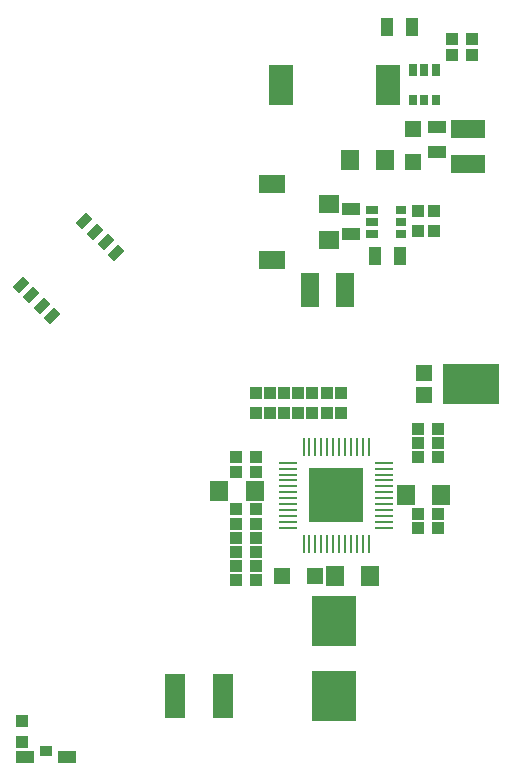
<source format=gbp>
%FSLAX44Y44*%
%MOMM*%
G71*
G01*
G75*
G04 Layer_Color=128*
%ADD10C,0.4000*%
%ADD11C,0.2540*%
%ADD12R,1.1500X0.7000*%
%ADD13R,0.7000X1.1500*%
%ADD14R,1.0000X1.1000*%
%ADD15R,5.3300X5.5900*%
%ADD16R,6.3500X5.2800*%
%ADD17R,1.1000X1.0000*%
G04:AMPARAMS|DCode=18|XSize=1mm|YSize=1.1mm|CornerRadius=0mm|HoleSize=0mm|Usage=FLASHONLY|Rotation=45.000|XOffset=0mm|YOffset=0mm|HoleType=Round|Shape=Rectangle|*
%AMROTATEDRECTD18*
4,1,4,0.0354,-0.7425,-0.7425,0.0354,-0.0354,0.7425,0.7425,-0.0354,0.0354,-0.7425,0.0*
%
%ADD18ROTATEDRECTD18*%

G04:AMPARAMS|DCode=19|XSize=1mm|YSize=1.1mm|CornerRadius=0mm|HoleSize=0mm|Usage=FLASHONLY|Rotation=135.000|XOffset=0mm|YOffset=0mm|HoleType=Round|Shape=Rectangle|*
%AMROTATEDRECTD19*
4,1,4,0.7425,0.0354,-0.0354,-0.7425,-0.7425,-0.0354,0.0354,0.7425,0.7425,0.0354,0.0*
%
%ADD19ROTATEDRECTD19*%

G04:AMPARAMS|DCode=20|XSize=0.5mm|YSize=1.2mm|CornerRadius=0mm|HoleSize=0mm|Usage=FLASHONLY|Rotation=135.000|XOffset=0mm|YOffset=0mm|HoleType=Round|Shape=Rectangle|*
%AMROTATEDRECTD20*
4,1,4,0.6010,0.2475,-0.2475,-0.6010,-0.6010,-0.2475,0.2475,0.6010,0.6010,0.2475,0.0*
%
%ADD20ROTATEDRECTD20*%

G04:AMPARAMS|DCode=21|XSize=0.5mm|YSize=1.2mm|CornerRadius=0mm|HoleSize=0mm|Usage=FLASHONLY|Rotation=225.000|XOffset=0mm|YOffset=0mm|HoleType=Round|Shape=Rectangle|*
%AMROTATEDRECTD21*
4,1,4,-0.2475,0.6010,0.6010,-0.2475,0.2475,-0.6010,-0.6010,0.2475,-0.2475,0.6010,0.0*
%
%ADD21ROTATEDRECTD21*%

%ADD22O,0.8000X3.0000*%
%ADD23R,0.7620X1.0100*%
%ADD24R,2.2870X1.0100*%
%ADD25R,1.8000X3.7000*%
%ADD26R,0.6000X1.8000*%
G04:AMPARAMS|DCode=27|XSize=0.6mm|YSize=1.8mm|CornerRadius=0.15mm|HoleSize=0mm|Usage=FLASHONLY|Rotation=0.000|XOffset=0mm|YOffset=0mm|HoleType=Round|Shape=RoundedRectangle|*
%AMROUNDEDRECTD27*
21,1,0.6000,1.5000,0,0,0.0*
21,1,0.3000,1.8000,0,0,0.0*
1,1,0.3000,0.1500,-0.7500*
1,1,0.3000,-0.1500,-0.7500*
1,1,0.3000,-0.1500,0.7500*
1,1,0.3000,0.1500,0.7500*
%
%ADD27ROUNDEDRECTD27*%
%ADD28R,1.1000X1.5000*%
%ADD29R,0.6000X0.9000*%
%ADD30C,0.6000*%
%ADD31C,0.4500*%
%ADD32C,1.0000*%
%ADD33C,0.5000*%
%ADD34C,0.1500*%
%ADD35C,0.8000*%
%ADD36C,1.8000*%
%ADD37R,1.8000X1.8000*%
%ADD38R,1.4000X1.4000*%
%ADD39C,1.4000*%
%ADD40C,1.7000*%
%ADD41R,1.8000X1.8000*%
%ADD42P,1.9799X4X360.0*%
%ADD43P,1.9799X4X90.0*%
%ADD44C,0.6000*%
%ADD45C,1.0000*%
%ADD46C,0.9000*%
%ADD47R,1.4000X1.3900*%
%ADD48R,4.8600X3.3600*%
%ADD49R,1.5000X1.0000*%
%ADD50R,1.0000X0.9000*%
%ADD51R,1.6000X1.8000*%
%ADD52O,1.5500X0.2500*%
%ADD53R,1.5500X0.2500*%
%ADD54R,0.2500X1.5500*%
%ADD55R,4.6000X4.6000*%
G04:AMPARAMS|DCode=56|XSize=0.76mm|YSize=1.27mm|CornerRadius=0mm|HoleSize=0mm|Usage=FLASHONLY|Rotation=315.000|XOffset=0mm|YOffset=0mm|HoleType=Round|Shape=Rectangle|*
%AMROTATEDRECTD56*
4,1,4,-0.7177,-0.1803,0.1803,0.7177,0.7177,0.1803,-0.1803,-0.7177,-0.7177,-0.1803,0.0*
%
%ADD56ROTATEDRECTD56*%

%ADD57R,2.2000X1.6000*%
%ADD58R,2.0000X3.5000*%
%ADD59R,0.9000X0.6900*%
%ADD60R,0.9900X0.6900*%
%ADD61R,0.6900X0.9000*%
%ADD62R,0.6900X0.9900*%
%ADD63R,1.4000X1.4000*%
%ADD64R,1.6000X2.9000*%
%ADD65R,1.5000X1.1000*%
%ADD66R,1.8000X1.6000*%
%ADD67R,2.9000X1.6000*%
%ADD68R,3.8100X4.2400*%
%ADD69C,0.1600*%
%ADD70C,0.1800*%
%ADD71C,0.3000*%
%ADD72C,0.2000*%
%ADD73C,0.2500*%
%ADD74C,0.1000*%
%ADD75C,0.1270*%
D14*
X280000Y322500D02*
D03*
Y305500D02*
D03*
X82485Y27500D02*
D03*
Y44500D02*
D03*
X292000Y305500D02*
D03*
Y322500D02*
D03*
X304000Y322500D02*
D03*
Y305500D02*
D03*
X316000D02*
D03*
Y322500D02*
D03*
X328000Y305500D02*
D03*
Y322500D02*
D03*
X340000D02*
D03*
Y305500D02*
D03*
X352000D02*
D03*
Y322500D02*
D03*
X417821Y460000D02*
D03*
Y477000D02*
D03*
X430820Y460000D02*
D03*
Y477000D02*
D03*
D17*
X434000Y292000D02*
D03*
X417000D02*
D03*
X434000Y280000D02*
D03*
X417000D02*
D03*
X434000Y268000D02*
D03*
X417000D02*
D03*
X417500Y220000D02*
D03*
X434500D02*
D03*
Y208000D02*
D03*
X417500D02*
D03*
X280500Y188000D02*
D03*
X263500D02*
D03*
X280500Y176000D02*
D03*
X263500D02*
D03*
X263500Y268000D02*
D03*
X280500D02*
D03*
X263500Y256000D02*
D03*
X280500D02*
D03*
X263500Y224000D02*
D03*
X280500D02*
D03*
Y212000D02*
D03*
X263500D02*
D03*
X280500Y200000D02*
D03*
X263500D02*
D03*
X280500Y164000D02*
D03*
X263500D02*
D03*
X446320Y622500D02*
D03*
X463320D02*
D03*
X463320Y608500D02*
D03*
X446320D02*
D03*
D25*
X252500Y66000D02*
D03*
X211500D02*
D03*
D28*
X402320Y438500D02*
D03*
X381320D02*
D03*
X412320Y632500D02*
D03*
X391320D02*
D03*
D38*
X302000Y168000D02*
D03*
X330000D02*
D03*
D47*
X422150Y339200D02*
D03*
Y320800D02*
D03*
D48*
X462000Y330000D02*
D03*
D49*
X84985Y14000D02*
D03*
X119985D02*
D03*
D50*
X102485Y19500D02*
D03*
D51*
X377000Y168000D02*
D03*
X347000D02*
D03*
X437000Y236000D02*
D03*
X407000D02*
D03*
X249000Y240000D02*
D03*
X279000D02*
D03*
X389820Y519500D02*
D03*
X359820D02*
D03*
D52*
X389000Y263500D02*
D03*
D53*
Y258500D02*
D03*
Y253500D02*
D03*
Y248500D02*
D03*
Y243500D02*
D03*
Y238500D02*
D03*
Y233500D02*
D03*
Y228500D02*
D03*
Y223500D02*
D03*
Y218500D02*
D03*
Y213500D02*
D03*
Y208500D02*
D03*
X307000D02*
D03*
Y213500D02*
D03*
Y218500D02*
D03*
Y223500D02*
D03*
Y228500D02*
D03*
Y233500D02*
D03*
Y238500D02*
D03*
Y243500D02*
D03*
Y248500D02*
D03*
Y253500D02*
D03*
Y258500D02*
D03*
Y263500D02*
D03*
D54*
X375500Y195000D02*
D03*
X370500D02*
D03*
X365500D02*
D03*
X360500D02*
D03*
X355500D02*
D03*
X350500D02*
D03*
X345500D02*
D03*
X340500D02*
D03*
X335500D02*
D03*
X330500D02*
D03*
X325500D02*
D03*
X320500D02*
D03*
Y277000D02*
D03*
X325500D02*
D03*
X330500D02*
D03*
X335500D02*
D03*
X340500D02*
D03*
X345500D02*
D03*
X350500D02*
D03*
X355500D02*
D03*
X360500D02*
D03*
X365500D02*
D03*
X370500D02*
D03*
X375500D02*
D03*
D55*
X348000Y236000D02*
D03*
D56*
X134874Y468262D02*
D03*
X143855Y459282D02*
D03*
X152835Y450302D02*
D03*
X161815Y441322D02*
D03*
X98953Y396420D02*
D03*
X107933Y387440D02*
D03*
X89973Y405400D02*
D03*
X80993Y414381D02*
D03*
D57*
X293813Y435505D02*
D03*
Y499505D02*
D03*
D58*
X391820Y583500D02*
D03*
X301820D02*
D03*
D59*
X403320Y477500D02*
D03*
Y457500D02*
D03*
Y467500D02*
D03*
D60*
X378320Y477500D02*
D03*
Y467500D02*
D03*
Y457500D02*
D03*
D61*
X432820Y571000D02*
D03*
X422820D02*
D03*
X412820D02*
D03*
D62*
X432820Y596001D02*
D03*
X422820D02*
D03*
X412820D02*
D03*
D63*
Y518501D02*
D03*
Y546500D02*
D03*
D64*
X355820Y409501D02*
D03*
X325820D02*
D03*
D65*
X360820Y457000D02*
D03*
Y478000D02*
D03*
X433820Y527000D02*
D03*
Y548000D02*
D03*
D66*
X341820Y452500D02*
D03*
Y482500D02*
D03*
D67*
X459820Y516500D02*
D03*
Y546500D02*
D03*
D68*
X346000Y129850D02*
D03*
Y66150D02*
D03*
M02*

</source>
